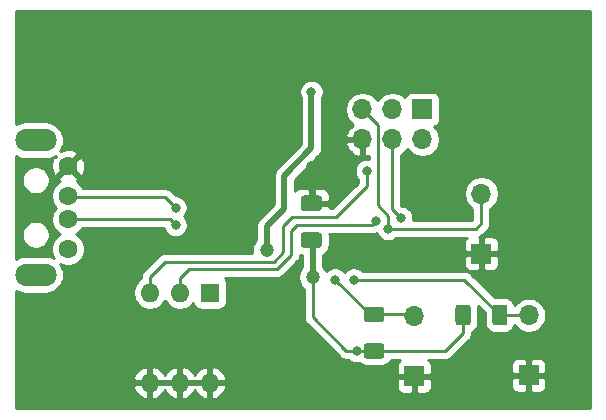
<source format=gbr>
G04 #@! TF.GenerationSoftware,KiCad,Pcbnew,5.1.9*
G04 #@! TF.CreationDate,2021-01-23T21:46:40+01:00*
G04 #@! TF.ProjectId,qc_attiny,71635f61-7474-4696-9e79-2e6b69636164,rev?*
G04 #@! TF.SameCoordinates,Original*
G04 #@! TF.FileFunction,Copper,L2,Bot*
G04 #@! TF.FilePolarity,Positive*
%FSLAX46Y46*%
G04 Gerber Fmt 4.6, Leading zero omitted, Abs format (unit mm)*
G04 Created by KiCad (PCBNEW 5.1.9) date 2021-01-23 21:46:40*
%MOMM*%
%LPD*%
G01*
G04 APERTURE LIST*
G04 #@! TA.AperFunction,ComponentPad*
%ADD10C,1.600000*%
G04 #@! TD*
G04 #@! TA.AperFunction,ComponentPad*
%ADD11O,3.500000X1.900000*%
G04 #@! TD*
G04 #@! TA.AperFunction,ComponentPad*
%ADD12O,1.700000X1.700000*%
G04 #@! TD*
G04 #@! TA.AperFunction,ComponentPad*
%ADD13R,1.700000X1.700000*%
G04 #@! TD*
G04 #@! TA.AperFunction,ComponentPad*
%ADD14O,1.600000X1.600000*%
G04 #@! TD*
G04 #@! TA.AperFunction,ComponentPad*
%ADD15R,1.600000X1.600000*%
G04 #@! TD*
G04 #@! TA.AperFunction,ViaPad*
%ADD16C,0.800000*%
G04 #@! TD*
G04 #@! TA.AperFunction,ViaPad*
%ADD17C,1.200000*%
G04 #@! TD*
G04 #@! TA.AperFunction,Conductor*
%ADD18C,0.250000*%
G04 #@! TD*
G04 #@! TA.AperFunction,Conductor*
%ADD19C,0.500000*%
G04 #@! TD*
G04 #@! TA.AperFunction,Conductor*
%ADD20C,0.254000*%
G04 #@! TD*
G04 #@! TA.AperFunction,Conductor*
%ADD21C,0.100000*%
G04 #@! TD*
G04 APERTURE END LIST*
D10*
X117100000Y-108300000D03*
X117100000Y-106300000D03*
X117100000Y-110800000D03*
X117100000Y-103800000D03*
D11*
X114350000Y-113000000D03*
X114350000Y-101600000D03*
D12*
X142020000Y-101540000D03*
X142020000Y-99000000D03*
X144560000Y-101540000D03*
X144560000Y-99000000D03*
X147100000Y-101540000D03*
D13*
X147100000Y-99000000D03*
D12*
X146400000Y-116520000D03*
D13*
X146400000Y-121600000D03*
D12*
X156100000Y-116420000D03*
D13*
X156100000Y-121500000D03*
D12*
X152100000Y-106120000D03*
D13*
X152100000Y-111200000D03*
D14*
X129100000Y-122120000D03*
X124020000Y-114500000D03*
X126560000Y-122120000D03*
X126560000Y-114500000D03*
X124020000Y-122120000D03*
D15*
X129100000Y-114500000D03*
G04 #@! TA.AperFunction,SMDPad,CuDef*
G36*
G01*
X143625001Y-117000000D02*
X142374999Y-117000000D01*
G75*
G02*
X142125000Y-116750001I0J249999D01*
G01*
X142125000Y-115949999D01*
G75*
G02*
X142374999Y-115700000I249999J0D01*
G01*
X143625001Y-115700000D01*
G75*
G02*
X143875000Y-115949999I0J-249999D01*
G01*
X143875000Y-116750001D01*
G75*
G02*
X143625001Y-117000000I-249999J0D01*
G01*
G37*
G04 #@! TD.AperFunction*
G04 #@! TA.AperFunction,SMDPad,CuDef*
G36*
G01*
X143625001Y-120100000D02*
X142374999Y-120100000D01*
G75*
G02*
X142125000Y-119850001I0J249999D01*
G01*
X142125000Y-119049999D01*
G75*
G02*
X142374999Y-118800000I249999J0D01*
G01*
X143625001Y-118800000D01*
G75*
G02*
X143875000Y-119049999I0J-249999D01*
G01*
X143875000Y-119850001D01*
G75*
G02*
X143625001Y-120100000I-249999J0D01*
G01*
G37*
G04 #@! TD.AperFunction*
G04 #@! TA.AperFunction,SMDPad,CuDef*
G36*
G01*
X153000000Y-117025001D02*
X153000000Y-115774999D01*
G75*
G02*
X153249999Y-115525000I249999J0D01*
G01*
X154050001Y-115525000D01*
G75*
G02*
X154300000Y-115774999I0J-249999D01*
G01*
X154300000Y-117025001D01*
G75*
G02*
X154050001Y-117275000I-249999J0D01*
G01*
X153249999Y-117275000D01*
G75*
G02*
X153000000Y-117025001I0J249999D01*
G01*
G37*
G04 #@! TD.AperFunction*
G04 #@! TA.AperFunction,SMDPad,CuDef*
G36*
G01*
X149900000Y-117025001D02*
X149900000Y-115774999D01*
G75*
G02*
X150149999Y-115525000I249999J0D01*
G01*
X150950001Y-115525000D01*
G75*
G02*
X151200000Y-115774999I0J-249999D01*
G01*
X151200000Y-117025001D01*
G75*
G02*
X150950001Y-117275000I-249999J0D01*
G01*
X150149999Y-117275000D01*
G75*
G02*
X149900000Y-117025001I0J249999D01*
G01*
G37*
G04 #@! TD.AperFunction*
G04 #@! TA.AperFunction,SMDPad,CuDef*
G36*
G01*
X137049998Y-109400000D02*
X138350002Y-109400000D01*
G75*
G02*
X138600000Y-109649998I0J-249998D01*
G01*
X138600000Y-110475002D01*
G75*
G02*
X138350002Y-110725000I-249998J0D01*
G01*
X137049998Y-110725000D01*
G75*
G02*
X136800000Y-110475002I0J249998D01*
G01*
X136800000Y-109649998D01*
G75*
G02*
X137049998Y-109400000I249998J0D01*
G01*
G37*
G04 #@! TD.AperFunction*
G04 #@! TA.AperFunction,SMDPad,CuDef*
G36*
G01*
X137049998Y-106275000D02*
X138350002Y-106275000D01*
G75*
G02*
X138600000Y-106524998I0J-249998D01*
G01*
X138600000Y-107350002D01*
G75*
G02*
X138350002Y-107600000I-249998J0D01*
G01*
X137049998Y-107600000D01*
G75*
G02*
X136800000Y-107350002I0J249998D01*
G01*
X136800000Y-106524998D01*
G75*
G02*
X137049998Y-106275000I249998J0D01*
G01*
G37*
G04 #@! TD.AperFunction*
D16*
X137700000Y-97500000D03*
D17*
X133900000Y-110900000D03*
X137800000Y-113200000D03*
D16*
X141550000Y-119450000D03*
X137700000Y-103800000D03*
X129500000Y-99700000D03*
X129000000Y-103300000D03*
D17*
X155300000Y-113800000D03*
X157300000Y-118800000D03*
X159600000Y-116200000D03*
X159600000Y-118700000D03*
X159600000Y-121700000D03*
X116600000Y-115600000D03*
X119500000Y-115600000D03*
X119600000Y-111100000D03*
X155300000Y-111200000D03*
D16*
X126200000Y-107300000D03*
X126200000Y-108800000D03*
X139700000Y-113400000D03*
X141300000Y-113400000D03*
X144200000Y-109100000D03*
X145300000Y-108200000D03*
X142400000Y-104200000D03*
X143200000Y-108400000D03*
D18*
X150600000Y-116400000D02*
X150550000Y-116400000D01*
X137800000Y-113100000D02*
X137800000Y-113100000D01*
X150550000Y-116400000D02*
X150550000Y-117950000D01*
X149050000Y-119450000D02*
X143000000Y-119450000D01*
X150550000Y-117950000D02*
X149050000Y-119450000D01*
D19*
X137700000Y-97500000D02*
X137700000Y-102300000D01*
X137700000Y-102300000D02*
X135400000Y-104600000D01*
X135400000Y-104600000D02*
X135400000Y-107400000D01*
X135400000Y-107400000D02*
X133900000Y-108900000D01*
X133900000Y-108900000D02*
X133900000Y-110900000D01*
X133900000Y-110900000D02*
X133900000Y-110900000D01*
X137800000Y-110062500D02*
X137800000Y-113200000D01*
D18*
X141750000Y-119450000D02*
X143000000Y-119450000D01*
X140650000Y-119450000D02*
X141550000Y-119450000D01*
X137800000Y-116600000D02*
X140650000Y-119450000D01*
X137800000Y-113200000D02*
X137800000Y-116600000D01*
X141550000Y-119450000D02*
X143000000Y-119450000D01*
D19*
X137800000Y-103900000D02*
X137700000Y-103800000D01*
X137800000Y-106937500D02*
X137800000Y-103900000D01*
D18*
X126200000Y-107300000D02*
X125300000Y-106400000D01*
X116900000Y-106400000D02*
X116800000Y-106500000D01*
X125300000Y-106400000D02*
X116900000Y-106400000D01*
X126200000Y-108800000D02*
X125700000Y-108300000D01*
X117000000Y-108300000D02*
X116800000Y-108500000D01*
X125700000Y-108300000D02*
X117000000Y-108300000D01*
X146230000Y-116350000D02*
X146400000Y-116520000D01*
X143000000Y-116350000D02*
X146230000Y-116350000D01*
X142650000Y-116350000D02*
X143000000Y-116350000D01*
X139700000Y-113400000D02*
X142650000Y-116350000D01*
X153670000Y-116420000D02*
X153650000Y-116400000D01*
X156100000Y-116420000D02*
X153670000Y-116420000D01*
X153650000Y-116400000D02*
X150650000Y-113400000D01*
X150650000Y-113400000D02*
X141300000Y-113400000D01*
X141300000Y-113400000D02*
X141300000Y-113400000D01*
X150700000Y-109100000D02*
X151600000Y-109100000D01*
X144200000Y-109100000D02*
X150700000Y-109100000D01*
X150700000Y-109100000D02*
X150920000Y-109100000D01*
X152100000Y-108600000D02*
X152100000Y-106120000D01*
X151600000Y-109100000D02*
X152100000Y-108600000D01*
X142020000Y-99000000D02*
X143300000Y-100280000D01*
X143300000Y-100280000D02*
X143300000Y-107100000D01*
X144200000Y-108000000D02*
X144200000Y-109100000D01*
X143300000Y-107100000D02*
X144200000Y-108000000D01*
X144560000Y-107460000D02*
X145300000Y-108200000D01*
X144560000Y-101540000D02*
X144560000Y-107460000D01*
X142400000Y-104200000D02*
X142400000Y-104200000D01*
X124020000Y-114500000D02*
X124020000Y-113180000D01*
X124020000Y-113180000D02*
X125300000Y-111900000D01*
X125300000Y-111900000D02*
X134500000Y-111900000D01*
X134500000Y-111900000D02*
X135300000Y-111100000D01*
X135300000Y-111100000D02*
X135300000Y-108900000D01*
X135300000Y-108900000D02*
X136100000Y-108100000D01*
X136100000Y-108100000D02*
X139800000Y-108100000D01*
X142400000Y-105500000D02*
X142400000Y-104200000D01*
X139800000Y-108100000D02*
X142400000Y-105500000D01*
X127300000Y-112500000D02*
X126560000Y-113240000D01*
X126560000Y-113240000D02*
X126560000Y-114500000D01*
X134800000Y-112500000D02*
X127300000Y-112500000D01*
X136000000Y-111300000D02*
X134800000Y-112500000D01*
X136000000Y-109300000D02*
X136000000Y-111300000D01*
X136500000Y-108800000D02*
X136000000Y-109300000D01*
X142800000Y-108800000D02*
X136500000Y-108800000D01*
X143200000Y-108400000D02*
X142800000Y-108800000D01*
D20*
X161315001Y-124315000D02*
X112685000Y-124315000D01*
X112685000Y-122469040D01*
X122628091Y-122469040D01*
X122722930Y-122733881D01*
X122867615Y-122975131D01*
X123056586Y-123183519D01*
X123282580Y-123351037D01*
X123536913Y-123471246D01*
X123670961Y-123511904D01*
X123893000Y-123389915D01*
X123893000Y-122247000D01*
X124147000Y-122247000D01*
X124147000Y-123389915D01*
X124369039Y-123511904D01*
X124503087Y-123471246D01*
X124757420Y-123351037D01*
X124983414Y-123183519D01*
X125172385Y-122975131D01*
X125290000Y-122779018D01*
X125407615Y-122975131D01*
X125596586Y-123183519D01*
X125822580Y-123351037D01*
X126076913Y-123471246D01*
X126210961Y-123511904D01*
X126433000Y-123389915D01*
X126433000Y-122247000D01*
X126687000Y-122247000D01*
X126687000Y-123389915D01*
X126909039Y-123511904D01*
X127043087Y-123471246D01*
X127297420Y-123351037D01*
X127523414Y-123183519D01*
X127712385Y-122975131D01*
X127830000Y-122779018D01*
X127947615Y-122975131D01*
X128136586Y-123183519D01*
X128362580Y-123351037D01*
X128616913Y-123471246D01*
X128750961Y-123511904D01*
X128973000Y-123389915D01*
X128973000Y-122247000D01*
X129227000Y-122247000D01*
X129227000Y-123389915D01*
X129449039Y-123511904D01*
X129583087Y-123471246D01*
X129837420Y-123351037D01*
X130063414Y-123183519D01*
X130252385Y-122975131D01*
X130397070Y-122733881D01*
X130491909Y-122469040D01*
X130481509Y-122450000D01*
X144911928Y-122450000D01*
X144924188Y-122574482D01*
X144960498Y-122694180D01*
X145019463Y-122804494D01*
X145098815Y-122901185D01*
X145195506Y-122980537D01*
X145305820Y-123039502D01*
X145425518Y-123075812D01*
X145550000Y-123088072D01*
X146114250Y-123085000D01*
X146273000Y-122926250D01*
X146273000Y-121727000D01*
X146527000Y-121727000D01*
X146527000Y-122926250D01*
X146685750Y-123085000D01*
X147250000Y-123088072D01*
X147374482Y-123075812D01*
X147494180Y-123039502D01*
X147604494Y-122980537D01*
X147701185Y-122901185D01*
X147780537Y-122804494D01*
X147839502Y-122694180D01*
X147875812Y-122574482D01*
X147888072Y-122450000D01*
X147887528Y-122350000D01*
X154611928Y-122350000D01*
X154624188Y-122474482D01*
X154660498Y-122594180D01*
X154719463Y-122704494D01*
X154798815Y-122801185D01*
X154895506Y-122880537D01*
X155005820Y-122939502D01*
X155125518Y-122975812D01*
X155250000Y-122988072D01*
X155814250Y-122985000D01*
X155973000Y-122826250D01*
X155973000Y-121627000D01*
X156227000Y-121627000D01*
X156227000Y-122826250D01*
X156385750Y-122985000D01*
X156950000Y-122988072D01*
X157074482Y-122975812D01*
X157194180Y-122939502D01*
X157304494Y-122880537D01*
X157401185Y-122801185D01*
X157480537Y-122704494D01*
X157539502Y-122594180D01*
X157575812Y-122474482D01*
X157588072Y-122350000D01*
X157585000Y-121785750D01*
X157426250Y-121627000D01*
X156227000Y-121627000D01*
X155973000Y-121627000D01*
X154773750Y-121627000D01*
X154615000Y-121785750D01*
X154611928Y-122350000D01*
X147887528Y-122350000D01*
X147885000Y-121885750D01*
X147726250Y-121727000D01*
X146527000Y-121727000D01*
X146273000Y-121727000D01*
X145073750Y-121727000D01*
X144915000Y-121885750D01*
X144911928Y-122450000D01*
X130481509Y-122450000D01*
X130370624Y-122247000D01*
X129227000Y-122247000D01*
X128973000Y-122247000D01*
X126687000Y-122247000D01*
X126433000Y-122247000D01*
X124147000Y-122247000D01*
X123893000Y-122247000D01*
X122749376Y-122247000D01*
X122628091Y-122469040D01*
X112685000Y-122469040D01*
X112685000Y-121770960D01*
X122628091Y-121770960D01*
X122749376Y-121993000D01*
X123893000Y-121993000D01*
X123893000Y-120850085D01*
X124147000Y-120850085D01*
X124147000Y-121993000D01*
X126433000Y-121993000D01*
X126433000Y-120850085D01*
X126687000Y-120850085D01*
X126687000Y-121993000D01*
X128973000Y-121993000D01*
X128973000Y-120850085D01*
X129227000Y-120850085D01*
X129227000Y-121993000D01*
X130370624Y-121993000D01*
X130491909Y-121770960D01*
X130397070Y-121506119D01*
X130252385Y-121264869D01*
X130063414Y-121056481D01*
X129837420Y-120888963D01*
X129583087Y-120768754D01*
X129449039Y-120728096D01*
X129227000Y-120850085D01*
X128973000Y-120850085D01*
X128750961Y-120728096D01*
X128616913Y-120768754D01*
X128362580Y-120888963D01*
X128136586Y-121056481D01*
X127947615Y-121264869D01*
X127830000Y-121460982D01*
X127712385Y-121264869D01*
X127523414Y-121056481D01*
X127297420Y-120888963D01*
X127043087Y-120768754D01*
X126909039Y-120728096D01*
X126687000Y-120850085D01*
X126433000Y-120850085D01*
X126210961Y-120728096D01*
X126076913Y-120768754D01*
X125822580Y-120888963D01*
X125596586Y-121056481D01*
X125407615Y-121264869D01*
X125290000Y-121460982D01*
X125172385Y-121264869D01*
X124983414Y-121056481D01*
X124757420Y-120888963D01*
X124503087Y-120768754D01*
X124369039Y-120728096D01*
X124147000Y-120850085D01*
X123893000Y-120850085D01*
X123670961Y-120728096D01*
X123536913Y-120768754D01*
X123282580Y-120888963D01*
X123056586Y-121056481D01*
X122867615Y-121264869D01*
X122722930Y-121506119D01*
X122628091Y-121770960D01*
X112685000Y-121770960D01*
X112685000Y-114334860D01*
X112940512Y-114471434D01*
X113239286Y-114562066D01*
X113472136Y-114585000D01*
X115227864Y-114585000D01*
X115460714Y-114562066D01*
X115759488Y-114471434D01*
X115970464Y-114358665D01*
X122585000Y-114358665D01*
X122585000Y-114641335D01*
X122640147Y-114918574D01*
X122748320Y-115179727D01*
X122905363Y-115414759D01*
X123105241Y-115614637D01*
X123340273Y-115771680D01*
X123601426Y-115879853D01*
X123878665Y-115935000D01*
X124161335Y-115935000D01*
X124438574Y-115879853D01*
X124699727Y-115771680D01*
X124934759Y-115614637D01*
X125134637Y-115414759D01*
X125290000Y-115182241D01*
X125445363Y-115414759D01*
X125645241Y-115614637D01*
X125880273Y-115771680D01*
X126141426Y-115879853D01*
X126418665Y-115935000D01*
X126701335Y-115935000D01*
X126978574Y-115879853D01*
X127239727Y-115771680D01*
X127474759Y-115614637D01*
X127673357Y-115416039D01*
X127674188Y-115424482D01*
X127710498Y-115544180D01*
X127769463Y-115654494D01*
X127848815Y-115751185D01*
X127945506Y-115830537D01*
X128055820Y-115889502D01*
X128175518Y-115925812D01*
X128300000Y-115938072D01*
X129900000Y-115938072D01*
X130024482Y-115925812D01*
X130144180Y-115889502D01*
X130254494Y-115830537D01*
X130351185Y-115751185D01*
X130430537Y-115654494D01*
X130489502Y-115544180D01*
X130525812Y-115424482D01*
X130538072Y-115300000D01*
X130538072Y-113700000D01*
X130525812Y-113575518D01*
X130489502Y-113455820D01*
X130430537Y-113345506D01*
X130360364Y-113260000D01*
X134762678Y-113260000D01*
X134800000Y-113263676D01*
X134837322Y-113260000D01*
X134837333Y-113260000D01*
X134948986Y-113249003D01*
X135092247Y-113205546D01*
X135224276Y-113134974D01*
X135340001Y-113040001D01*
X135363804Y-113010997D01*
X136511003Y-111863799D01*
X136540001Y-111840001D01*
X136634974Y-111724276D01*
X136705546Y-111592247D01*
X136749003Y-111448986D01*
X136760000Y-111337333D01*
X136760000Y-111337324D01*
X136762556Y-111311370D01*
X136876744Y-111346008D01*
X136915000Y-111349776D01*
X136915001Y-112338445D01*
X136840713Y-112412733D01*
X136705557Y-112615008D01*
X136612460Y-112839764D01*
X136565000Y-113078363D01*
X136565000Y-113321637D01*
X136612460Y-113560236D01*
X136705557Y-113784992D01*
X136840713Y-113987267D01*
X137012733Y-114159287D01*
X137040000Y-114177506D01*
X137040001Y-116562668D01*
X137036324Y-116600000D01*
X137040001Y-116637333D01*
X137047380Y-116712247D01*
X137050998Y-116748985D01*
X137094454Y-116892246D01*
X137165026Y-117024276D01*
X137235379Y-117110000D01*
X137260000Y-117140001D01*
X137288998Y-117163799D01*
X140086201Y-119961003D01*
X140109999Y-119990001D01*
X140225724Y-120084974D01*
X140357753Y-120155546D01*
X140501014Y-120199003D01*
X140612667Y-120210000D01*
X140612675Y-120210000D01*
X140650000Y-120213676D01*
X140687325Y-120210000D01*
X140846289Y-120210000D01*
X140890226Y-120253937D01*
X141059744Y-120367205D01*
X141248102Y-120445226D01*
X141448061Y-120485000D01*
X141651939Y-120485000D01*
X141738658Y-120467751D01*
X141747038Y-120477962D01*
X141881613Y-120588405D01*
X142035149Y-120670472D01*
X142201745Y-120721008D01*
X142374999Y-120738072D01*
X143625001Y-120738072D01*
X143798255Y-120721008D01*
X143964851Y-120670472D01*
X144118387Y-120588405D01*
X144252962Y-120477962D01*
X144363405Y-120343387D01*
X144434702Y-120210000D01*
X145213210Y-120210000D01*
X145195506Y-120219463D01*
X145098815Y-120298815D01*
X145019463Y-120395506D01*
X144960498Y-120505820D01*
X144924188Y-120625518D01*
X144911928Y-120750000D01*
X144915000Y-121314250D01*
X145073750Y-121473000D01*
X146273000Y-121473000D01*
X146273000Y-121453000D01*
X146527000Y-121453000D01*
X146527000Y-121473000D01*
X147726250Y-121473000D01*
X147885000Y-121314250D01*
X147888072Y-120750000D01*
X147878224Y-120650000D01*
X154611928Y-120650000D01*
X154615000Y-121214250D01*
X154773750Y-121373000D01*
X155973000Y-121373000D01*
X155973000Y-120173750D01*
X156227000Y-120173750D01*
X156227000Y-121373000D01*
X157426250Y-121373000D01*
X157585000Y-121214250D01*
X157588072Y-120650000D01*
X157575812Y-120525518D01*
X157539502Y-120405820D01*
X157480537Y-120295506D01*
X157401185Y-120198815D01*
X157304494Y-120119463D01*
X157194180Y-120060498D01*
X157074482Y-120024188D01*
X156950000Y-120011928D01*
X156385750Y-120015000D01*
X156227000Y-120173750D01*
X155973000Y-120173750D01*
X155814250Y-120015000D01*
X155250000Y-120011928D01*
X155125518Y-120024188D01*
X155005820Y-120060498D01*
X154895506Y-120119463D01*
X154798815Y-120198815D01*
X154719463Y-120295506D01*
X154660498Y-120405820D01*
X154624188Y-120525518D01*
X154611928Y-120650000D01*
X147878224Y-120650000D01*
X147875812Y-120625518D01*
X147839502Y-120505820D01*
X147780537Y-120395506D01*
X147701185Y-120298815D01*
X147604494Y-120219463D01*
X147586790Y-120210000D01*
X149012678Y-120210000D01*
X149050000Y-120213676D01*
X149087322Y-120210000D01*
X149087333Y-120210000D01*
X149198986Y-120199003D01*
X149342247Y-120155546D01*
X149474276Y-120084974D01*
X149590001Y-119990001D01*
X149613804Y-119960997D01*
X151061003Y-118513799D01*
X151090001Y-118490001D01*
X151184974Y-118374276D01*
X151255546Y-118242247D01*
X151299003Y-118098986D01*
X151310000Y-117987333D01*
X151310000Y-117987324D01*
X151313676Y-117950001D01*
X151310000Y-117912678D01*
X151310000Y-117834702D01*
X151443387Y-117763405D01*
X151577962Y-117652962D01*
X151688405Y-117518387D01*
X151770472Y-117364851D01*
X151821008Y-117198255D01*
X151838072Y-117025001D01*
X151838072Y-115774999D01*
X151825822Y-115650624D01*
X152361928Y-116186730D01*
X152361928Y-117025001D01*
X152378992Y-117198255D01*
X152429528Y-117364851D01*
X152511595Y-117518387D01*
X152622038Y-117652962D01*
X152756613Y-117763405D01*
X152910149Y-117845472D01*
X153076745Y-117896008D01*
X153249999Y-117913072D01*
X154050001Y-117913072D01*
X154223255Y-117896008D01*
X154389851Y-117845472D01*
X154543387Y-117763405D01*
X154677962Y-117652962D01*
X154788405Y-117518387D01*
X154870472Y-117364851D01*
X154893847Y-117287794D01*
X154946525Y-117366632D01*
X155153368Y-117573475D01*
X155396589Y-117735990D01*
X155666842Y-117847932D01*
X155953740Y-117905000D01*
X156246260Y-117905000D01*
X156533158Y-117847932D01*
X156803411Y-117735990D01*
X157046632Y-117573475D01*
X157253475Y-117366632D01*
X157415990Y-117123411D01*
X157527932Y-116853158D01*
X157585000Y-116566260D01*
X157585000Y-116273740D01*
X157527932Y-115986842D01*
X157415990Y-115716589D01*
X157253475Y-115473368D01*
X157046632Y-115266525D01*
X156803411Y-115104010D01*
X156533158Y-114992068D01*
X156246260Y-114935000D01*
X155953740Y-114935000D01*
X155666842Y-114992068D01*
X155396589Y-115104010D01*
X155153368Y-115266525D01*
X154946525Y-115473368D01*
X154902192Y-115539717D01*
X154870472Y-115435149D01*
X154788405Y-115281613D01*
X154677962Y-115147038D01*
X154543387Y-115036595D01*
X154389851Y-114954528D01*
X154223255Y-114903992D01*
X154050001Y-114886928D01*
X153249999Y-114886928D01*
X153215161Y-114890359D01*
X151213804Y-112889003D01*
X151190001Y-112859999D01*
X151074276Y-112765026D01*
X150942247Y-112694454D01*
X150798986Y-112650997D01*
X150687333Y-112640000D01*
X150687322Y-112640000D01*
X150650000Y-112636324D01*
X150612678Y-112640000D01*
X142003711Y-112640000D01*
X141959774Y-112596063D01*
X141790256Y-112482795D01*
X141601898Y-112404774D01*
X141401939Y-112365000D01*
X141198061Y-112365000D01*
X140998102Y-112404774D01*
X140809744Y-112482795D01*
X140640226Y-112596063D01*
X140500000Y-112736289D01*
X140359774Y-112596063D01*
X140190256Y-112482795D01*
X140001898Y-112404774D01*
X139801939Y-112365000D01*
X139598061Y-112365000D01*
X139398102Y-112404774D01*
X139209744Y-112482795D01*
X139040226Y-112596063D01*
X138931593Y-112704696D01*
X138894443Y-112615008D01*
X138759287Y-112412733D01*
X138685000Y-112338446D01*
X138685000Y-112050000D01*
X150611928Y-112050000D01*
X150624188Y-112174482D01*
X150660498Y-112294180D01*
X150719463Y-112404494D01*
X150798815Y-112501185D01*
X150895506Y-112580537D01*
X151005820Y-112639502D01*
X151125518Y-112675812D01*
X151250000Y-112688072D01*
X151814250Y-112685000D01*
X151973000Y-112526250D01*
X151973000Y-111327000D01*
X152227000Y-111327000D01*
X152227000Y-112526250D01*
X152385750Y-112685000D01*
X152950000Y-112688072D01*
X153074482Y-112675812D01*
X153194180Y-112639502D01*
X153304494Y-112580537D01*
X153401185Y-112501185D01*
X153480537Y-112404494D01*
X153539502Y-112294180D01*
X153575812Y-112174482D01*
X153588072Y-112050000D01*
X153585000Y-111485750D01*
X153426250Y-111327000D01*
X152227000Y-111327000D01*
X151973000Y-111327000D01*
X150773750Y-111327000D01*
X150615000Y-111485750D01*
X150611928Y-112050000D01*
X138685000Y-112050000D01*
X138685000Y-111296944D01*
X138689852Y-111295472D01*
X138843387Y-111213405D01*
X138977962Y-111102962D01*
X139088405Y-110968387D01*
X139170472Y-110814852D01*
X139221008Y-110648256D01*
X139238072Y-110475002D01*
X139238072Y-109649998D01*
X139229208Y-109560000D01*
X142762678Y-109560000D01*
X142800000Y-109563676D01*
X142837322Y-109560000D01*
X142837333Y-109560000D01*
X142948986Y-109549003D01*
X143092247Y-109505546D01*
X143219526Y-109437513D01*
X143282795Y-109590256D01*
X143396063Y-109759774D01*
X143540226Y-109903937D01*
X143709744Y-110017205D01*
X143898102Y-110095226D01*
X144098061Y-110135000D01*
X144301939Y-110135000D01*
X144501898Y-110095226D01*
X144690256Y-110017205D01*
X144859774Y-109903937D01*
X144903711Y-109860000D01*
X150846111Y-109860000D01*
X150798815Y-109898815D01*
X150719463Y-109995506D01*
X150660498Y-110105820D01*
X150624188Y-110225518D01*
X150611928Y-110350000D01*
X150615000Y-110914250D01*
X150773750Y-111073000D01*
X151973000Y-111073000D01*
X151973000Y-109873750D01*
X152227000Y-109873750D01*
X152227000Y-111073000D01*
X153426250Y-111073000D01*
X153585000Y-110914250D01*
X153588072Y-110350000D01*
X153575812Y-110225518D01*
X153539502Y-110105820D01*
X153480537Y-109995506D01*
X153401185Y-109898815D01*
X153304494Y-109819463D01*
X153194180Y-109760498D01*
X153074482Y-109724188D01*
X152950000Y-109711928D01*
X152385750Y-109715000D01*
X152227000Y-109873750D01*
X151973000Y-109873750D01*
X151900425Y-109801175D01*
X152024276Y-109734974D01*
X152140001Y-109640001D01*
X152163804Y-109610997D01*
X152610998Y-109163803D01*
X152640001Y-109140001D01*
X152734974Y-109024276D01*
X152805546Y-108892247D01*
X152849003Y-108748986D01*
X152860000Y-108637333D01*
X152860000Y-108637325D01*
X152863676Y-108600000D01*
X152860000Y-108562675D01*
X152860000Y-107398178D01*
X153046632Y-107273475D01*
X153253475Y-107066632D01*
X153415990Y-106823411D01*
X153527932Y-106553158D01*
X153585000Y-106266260D01*
X153585000Y-105973740D01*
X153527932Y-105686842D01*
X153415990Y-105416589D01*
X153253475Y-105173368D01*
X153046632Y-104966525D01*
X152803411Y-104804010D01*
X152533158Y-104692068D01*
X152246260Y-104635000D01*
X151953740Y-104635000D01*
X151666842Y-104692068D01*
X151396589Y-104804010D01*
X151153368Y-104966525D01*
X150946525Y-105173368D01*
X150784010Y-105416589D01*
X150672068Y-105686842D01*
X150615000Y-105973740D01*
X150615000Y-106266260D01*
X150672068Y-106553158D01*
X150784010Y-106823411D01*
X150946525Y-107066632D01*
X151153368Y-107273475D01*
X151340000Y-107398179D01*
X151340000Y-108285199D01*
X151285199Y-108340000D01*
X146327429Y-108340000D01*
X146335000Y-108301939D01*
X146335000Y-108098061D01*
X146295226Y-107898102D01*
X146217205Y-107709744D01*
X146103937Y-107540226D01*
X145959774Y-107396063D01*
X145790256Y-107282795D01*
X145601898Y-107204774D01*
X145401939Y-107165000D01*
X145339801Y-107165000D01*
X145320000Y-107145199D01*
X145320000Y-102818178D01*
X145506632Y-102693475D01*
X145713475Y-102486632D01*
X145830000Y-102312240D01*
X145946525Y-102486632D01*
X146153368Y-102693475D01*
X146396589Y-102855990D01*
X146666842Y-102967932D01*
X146953740Y-103025000D01*
X147246260Y-103025000D01*
X147533158Y-102967932D01*
X147803411Y-102855990D01*
X148046632Y-102693475D01*
X148253475Y-102486632D01*
X148415990Y-102243411D01*
X148527932Y-101973158D01*
X148585000Y-101686260D01*
X148585000Y-101393740D01*
X148527932Y-101106842D01*
X148415990Y-100836589D01*
X148253475Y-100593368D01*
X148121620Y-100461513D01*
X148194180Y-100439502D01*
X148304494Y-100380537D01*
X148401185Y-100301185D01*
X148480537Y-100204494D01*
X148539502Y-100094180D01*
X148575812Y-99974482D01*
X148588072Y-99850000D01*
X148588072Y-98150000D01*
X148575812Y-98025518D01*
X148539502Y-97905820D01*
X148480537Y-97795506D01*
X148401185Y-97698815D01*
X148304494Y-97619463D01*
X148194180Y-97560498D01*
X148074482Y-97524188D01*
X147950000Y-97511928D01*
X146250000Y-97511928D01*
X146125518Y-97524188D01*
X146005820Y-97560498D01*
X145895506Y-97619463D01*
X145798815Y-97698815D01*
X145719463Y-97795506D01*
X145660498Y-97905820D01*
X145638487Y-97978380D01*
X145506632Y-97846525D01*
X145263411Y-97684010D01*
X144993158Y-97572068D01*
X144706260Y-97515000D01*
X144413740Y-97515000D01*
X144126842Y-97572068D01*
X143856589Y-97684010D01*
X143613368Y-97846525D01*
X143406525Y-98053368D01*
X143290000Y-98227760D01*
X143173475Y-98053368D01*
X142966632Y-97846525D01*
X142723411Y-97684010D01*
X142453158Y-97572068D01*
X142166260Y-97515000D01*
X141873740Y-97515000D01*
X141586842Y-97572068D01*
X141316589Y-97684010D01*
X141073368Y-97846525D01*
X140866525Y-98053368D01*
X140704010Y-98296589D01*
X140592068Y-98566842D01*
X140535000Y-98853740D01*
X140535000Y-99146260D01*
X140592068Y-99433158D01*
X140704010Y-99703411D01*
X140866525Y-99946632D01*
X141073368Y-100153475D01*
X141249406Y-100271100D01*
X141019731Y-100442412D01*
X140824822Y-100658645D01*
X140675843Y-100908748D01*
X140578519Y-101183109D01*
X140699186Y-101413000D01*
X141893000Y-101413000D01*
X141893000Y-101393000D01*
X142147000Y-101393000D01*
X142147000Y-101413000D01*
X142167000Y-101413000D01*
X142167000Y-101667000D01*
X142147000Y-101667000D01*
X142147000Y-102860155D01*
X142376890Y-102981476D01*
X142524099Y-102936825D01*
X142540000Y-102929251D01*
X142540000Y-103172571D01*
X142501939Y-103165000D01*
X142298061Y-103165000D01*
X142098102Y-103204774D01*
X141909744Y-103282795D01*
X141740226Y-103396063D01*
X141596063Y-103540226D01*
X141482795Y-103709744D01*
X141404774Y-103898102D01*
X141365000Y-104098061D01*
X141365000Y-104301939D01*
X141404774Y-104501898D01*
X141482795Y-104690256D01*
X141596063Y-104859774D01*
X141640000Y-104903711D01*
X141640000Y-105185198D01*
X139485199Y-107340000D01*
X139235952Y-107340000D01*
X139235000Y-107223250D01*
X139076250Y-107064500D01*
X137827000Y-107064500D01*
X137827000Y-107084500D01*
X137573000Y-107084500D01*
X137573000Y-107064500D01*
X137553000Y-107064500D01*
X137553000Y-106810500D01*
X137573000Y-106810500D01*
X137573000Y-105798750D01*
X137827000Y-105798750D01*
X137827000Y-106810500D01*
X139076250Y-106810500D01*
X139235000Y-106651750D01*
X139238072Y-106275000D01*
X139225812Y-106150518D01*
X139189502Y-106030820D01*
X139130537Y-105920506D01*
X139051185Y-105823815D01*
X138954494Y-105744463D01*
X138844180Y-105685498D01*
X138724482Y-105649188D01*
X138600000Y-105636928D01*
X137985750Y-105640000D01*
X137827000Y-105798750D01*
X137573000Y-105798750D01*
X137414250Y-105640000D01*
X136800000Y-105636928D01*
X136675518Y-105649188D01*
X136555820Y-105685498D01*
X136445506Y-105744463D01*
X136348815Y-105823815D01*
X136285000Y-105901574D01*
X136285000Y-104966578D01*
X138295049Y-102956530D01*
X138328817Y-102928817D01*
X138439411Y-102794059D01*
X138521589Y-102640313D01*
X138572195Y-102473490D01*
X138585000Y-102343477D01*
X138585000Y-102343467D01*
X138589281Y-102300001D01*
X138585000Y-102256535D01*
X138585000Y-101896891D01*
X140578519Y-101896891D01*
X140675843Y-102171252D01*
X140824822Y-102421355D01*
X141019731Y-102637588D01*
X141253080Y-102811641D01*
X141515901Y-102936825D01*
X141663110Y-102981476D01*
X141893000Y-102860155D01*
X141893000Y-101667000D01*
X140699186Y-101667000D01*
X140578519Y-101896891D01*
X138585000Y-101896891D01*
X138585000Y-98038454D01*
X138617205Y-97990256D01*
X138695226Y-97801898D01*
X138735000Y-97601939D01*
X138735000Y-97398061D01*
X138695226Y-97198102D01*
X138617205Y-97009744D01*
X138503937Y-96840226D01*
X138359774Y-96696063D01*
X138190256Y-96582795D01*
X138001898Y-96504774D01*
X137801939Y-96465000D01*
X137598061Y-96465000D01*
X137398102Y-96504774D01*
X137209744Y-96582795D01*
X137040226Y-96696063D01*
X136896063Y-96840226D01*
X136782795Y-97009744D01*
X136704774Y-97198102D01*
X136665000Y-97398061D01*
X136665000Y-97601939D01*
X136704774Y-97801898D01*
X136782795Y-97990256D01*
X136815000Y-98038454D01*
X136815001Y-101933420D01*
X134804956Y-103943466D01*
X134771183Y-103971183D01*
X134660589Y-104105942D01*
X134578411Y-104259688D01*
X134527805Y-104426511D01*
X134515000Y-104556524D01*
X134515000Y-104556531D01*
X134510719Y-104600000D01*
X134515000Y-104643469D01*
X134515001Y-107033420D01*
X133304956Y-108243466D01*
X133271183Y-108271183D01*
X133160589Y-108405942D01*
X133078411Y-108559688D01*
X133054048Y-108640001D01*
X133030213Y-108718574D01*
X133027805Y-108726511D01*
X133015000Y-108856524D01*
X133015000Y-108856531D01*
X133010719Y-108900000D01*
X133015000Y-108943469D01*
X133015001Y-110038445D01*
X132940713Y-110112733D01*
X132805557Y-110315008D01*
X132712460Y-110539764D01*
X132665000Y-110778363D01*
X132665000Y-111021637D01*
X132688544Y-111140000D01*
X125337322Y-111140000D01*
X125299999Y-111136324D01*
X125262676Y-111140000D01*
X125262667Y-111140000D01*
X125151014Y-111150997D01*
X125007753Y-111194454D01*
X124875724Y-111265026D01*
X124759999Y-111359999D01*
X124736201Y-111388997D01*
X123508998Y-112616201D01*
X123480000Y-112639999D01*
X123456202Y-112668997D01*
X123456201Y-112668998D01*
X123385026Y-112755724D01*
X123314454Y-112887754D01*
X123296254Y-112947754D01*
X123270998Y-113031014D01*
X123265088Y-113091015D01*
X123256324Y-113180000D01*
X123260001Y-113217332D01*
X123260001Y-113281956D01*
X123105241Y-113385363D01*
X122905363Y-113585241D01*
X122748320Y-113820273D01*
X122640147Y-114081426D01*
X122585000Y-114358665D01*
X115970464Y-114358665D01*
X116034839Y-114324256D01*
X116276187Y-114126187D01*
X116474256Y-113884839D01*
X116621434Y-113609488D01*
X116712066Y-113310714D01*
X116742669Y-113000000D01*
X116712066Y-112689286D01*
X116621434Y-112390512D01*
X116474256Y-112115161D01*
X116447996Y-112083163D01*
X116681426Y-112179853D01*
X116958665Y-112235000D01*
X117241335Y-112235000D01*
X117518574Y-112179853D01*
X117779727Y-112071680D01*
X118014759Y-111914637D01*
X118214637Y-111714759D01*
X118371680Y-111479727D01*
X118479853Y-111218574D01*
X118535000Y-110941335D01*
X118535000Y-110658665D01*
X118479853Y-110381426D01*
X118371680Y-110120273D01*
X118214637Y-109885241D01*
X118014759Y-109685363D01*
X117812173Y-109550000D01*
X118014759Y-109414637D01*
X118214637Y-109214759D01*
X118318043Y-109060000D01*
X125196440Y-109060000D01*
X125204774Y-109101898D01*
X125282795Y-109290256D01*
X125396063Y-109459774D01*
X125540226Y-109603937D01*
X125709744Y-109717205D01*
X125898102Y-109795226D01*
X126098061Y-109835000D01*
X126301939Y-109835000D01*
X126501898Y-109795226D01*
X126690256Y-109717205D01*
X126859774Y-109603937D01*
X127003937Y-109459774D01*
X127117205Y-109290256D01*
X127195226Y-109101898D01*
X127235000Y-108901939D01*
X127235000Y-108698061D01*
X127195226Y-108498102D01*
X127117205Y-108309744D01*
X127003937Y-108140226D01*
X126913711Y-108050000D01*
X127003937Y-107959774D01*
X127117205Y-107790256D01*
X127195226Y-107601898D01*
X127235000Y-107401939D01*
X127235000Y-107198061D01*
X127195226Y-106998102D01*
X127117205Y-106809744D01*
X127003937Y-106640226D01*
X126859774Y-106496063D01*
X126690256Y-106382795D01*
X126501898Y-106304774D01*
X126301939Y-106265000D01*
X126239801Y-106265000D01*
X125863803Y-105889002D01*
X125840001Y-105859999D01*
X125724276Y-105765026D01*
X125592247Y-105694454D01*
X125448986Y-105650997D01*
X125337333Y-105640000D01*
X125337322Y-105640000D01*
X125300000Y-105636324D01*
X125262678Y-105640000D01*
X118379851Y-105640000D01*
X118371680Y-105620273D01*
X118214637Y-105385241D01*
X118014759Y-105185363D01*
X117814131Y-105051308D01*
X117841514Y-105036671D01*
X117913097Y-104792702D01*
X117100000Y-103979605D01*
X116286903Y-104792702D01*
X116358486Y-105036671D01*
X116387341Y-105050324D01*
X116185241Y-105185363D01*
X115985363Y-105385241D01*
X115828320Y-105620273D01*
X115720147Y-105881426D01*
X115665000Y-106158665D01*
X115665000Y-106441335D01*
X115720147Y-106718574D01*
X115828320Y-106979727D01*
X115985363Y-107214759D01*
X116070604Y-107300000D01*
X115985363Y-107385241D01*
X115828320Y-107620273D01*
X115720147Y-107881426D01*
X115665000Y-108158665D01*
X115665000Y-108441335D01*
X115720147Y-108718574D01*
X115828320Y-108979727D01*
X115985363Y-109214759D01*
X116185241Y-109414637D01*
X116387827Y-109550000D01*
X116185241Y-109685363D01*
X115985363Y-109885241D01*
X115828320Y-110120273D01*
X115720147Y-110381426D01*
X115665000Y-110658665D01*
X115665000Y-110941335D01*
X115720147Y-111218574D01*
X115828320Y-111479727D01*
X115917324Y-111612931D01*
X115759488Y-111528566D01*
X115460714Y-111437934D01*
X115227864Y-111415000D01*
X113472136Y-111415000D01*
X113239286Y-111437934D01*
X112940512Y-111528566D01*
X112685000Y-111665140D01*
X112685000Y-109483288D01*
X113165000Y-109483288D01*
X113165000Y-109716712D01*
X113210539Y-109945652D01*
X113299866Y-110161308D01*
X113429550Y-110355394D01*
X113594606Y-110520450D01*
X113788692Y-110650134D01*
X114004348Y-110739461D01*
X114233288Y-110785000D01*
X114466712Y-110785000D01*
X114695652Y-110739461D01*
X114911308Y-110650134D01*
X115105394Y-110520450D01*
X115270450Y-110355394D01*
X115400134Y-110161308D01*
X115489461Y-109945652D01*
X115535000Y-109716712D01*
X115535000Y-109483288D01*
X115489461Y-109254348D01*
X115400134Y-109038692D01*
X115270450Y-108844606D01*
X115105394Y-108679550D01*
X114911308Y-108549866D01*
X114695652Y-108460539D01*
X114466712Y-108415000D01*
X114233288Y-108415000D01*
X114004348Y-108460539D01*
X113788692Y-108549866D01*
X113594606Y-108679550D01*
X113429550Y-108844606D01*
X113299866Y-109038692D01*
X113210539Y-109254348D01*
X113165000Y-109483288D01*
X112685000Y-109483288D01*
X112685000Y-104883288D01*
X113165000Y-104883288D01*
X113165000Y-105116712D01*
X113210539Y-105345652D01*
X113299866Y-105561308D01*
X113429550Y-105755394D01*
X113594606Y-105920450D01*
X113788692Y-106050134D01*
X114004348Y-106139461D01*
X114233288Y-106185000D01*
X114466712Y-106185000D01*
X114695652Y-106139461D01*
X114911308Y-106050134D01*
X115105394Y-105920450D01*
X115270450Y-105755394D01*
X115400134Y-105561308D01*
X115489461Y-105345652D01*
X115535000Y-105116712D01*
X115535000Y-104883288D01*
X115489461Y-104654348D01*
X115400134Y-104438692D01*
X115270450Y-104244606D01*
X115105394Y-104079550D01*
X114911308Y-103949866D01*
X114695652Y-103860539D01*
X114466712Y-103815000D01*
X114233288Y-103815000D01*
X114004348Y-103860539D01*
X113788692Y-103949866D01*
X113594606Y-104079550D01*
X113429550Y-104244606D01*
X113299866Y-104438692D01*
X113210539Y-104654348D01*
X113165000Y-104883288D01*
X112685000Y-104883288D01*
X112685000Y-102934860D01*
X112940512Y-103071434D01*
X113239286Y-103162066D01*
X113472136Y-103185000D01*
X115227864Y-103185000D01*
X115460714Y-103162066D01*
X115759488Y-103071434D01*
X116034839Y-102924256D01*
X116040227Y-102919834D01*
X116107296Y-102986903D01*
X115863329Y-103058486D01*
X115742429Y-103313996D01*
X115673700Y-103588184D01*
X115659783Y-103870512D01*
X115701213Y-104150130D01*
X115796397Y-104416292D01*
X115863329Y-104541514D01*
X116107298Y-104613097D01*
X116920395Y-103800000D01*
X117279605Y-103800000D01*
X118092702Y-104613097D01*
X118336671Y-104541514D01*
X118457571Y-104286004D01*
X118526300Y-104011816D01*
X118540217Y-103729488D01*
X118498787Y-103449870D01*
X118403603Y-103183708D01*
X118336671Y-103058486D01*
X118092702Y-102986903D01*
X117279605Y-103800000D01*
X116920395Y-103800000D01*
X116906253Y-103785858D01*
X117085858Y-103606253D01*
X117100000Y-103620395D01*
X117913097Y-102807298D01*
X117841514Y-102563329D01*
X117586004Y-102442429D01*
X117311816Y-102373700D01*
X117029488Y-102359783D01*
X116749870Y-102401213D01*
X116483708Y-102496397D01*
X116449972Y-102514429D01*
X116474256Y-102484839D01*
X116621434Y-102209488D01*
X116712066Y-101910714D01*
X116742669Y-101600000D01*
X116712066Y-101289286D01*
X116621434Y-100990512D01*
X116474256Y-100715161D01*
X116276187Y-100473813D01*
X116034839Y-100275744D01*
X115759488Y-100128566D01*
X115460714Y-100037934D01*
X115227864Y-100015000D01*
X113472136Y-100015000D01*
X113239286Y-100037934D01*
X112940512Y-100128566D01*
X112685000Y-100265140D01*
X112685000Y-90685000D01*
X161315000Y-90685000D01*
X161315001Y-124315000D01*
G04 #@! TA.AperFunction,Conductor*
D21*
G36*
X161315001Y-124315000D02*
G01*
X112685000Y-124315000D01*
X112685000Y-122469040D01*
X122628091Y-122469040D01*
X122722930Y-122733881D01*
X122867615Y-122975131D01*
X123056586Y-123183519D01*
X123282580Y-123351037D01*
X123536913Y-123471246D01*
X123670961Y-123511904D01*
X123893000Y-123389915D01*
X123893000Y-122247000D01*
X124147000Y-122247000D01*
X124147000Y-123389915D01*
X124369039Y-123511904D01*
X124503087Y-123471246D01*
X124757420Y-123351037D01*
X124983414Y-123183519D01*
X125172385Y-122975131D01*
X125290000Y-122779018D01*
X125407615Y-122975131D01*
X125596586Y-123183519D01*
X125822580Y-123351037D01*
X126076913Y-123471246D01*
X126210961Y-123511904D01*
X126433000Y-123389915D01*
X126433000Y-122247000D01*
X126687000Y-122247000D01*
X126687000Y-123389915D01*
X126909039Y-123511904D01*
X127043087Y-123471246D01*
X127297420Y-123351037D01*
X127523414Y-123183519D01*
X127712385Y-122975131D01*
X127830000Y-122779018D01*
X127947615Y-122975131D01*
X128136586Y-123183519D01*
X128362580Y-123351037D01*
X128616913Y-123471246D01*
X128750961Y-123511904D01*
X128973000Y-123389915D01*
X128973000Y-122247000D01*
X129227000Y-122247000D01*
X129227000Y-123389915D01*
X129449039Y-123511904D01*
X129583087Y-123471246D01*
X129837420Y-123351037D01*
X130063414Y-123183519D01*
X130252385Y-122975131D01*
X130397070Y-122733881D01*
X130491909Y-122469040D01*
X130481509Y-122450000D01*
X144911928Y-122450000D01*
X144924188Y-122574482D01*
X144960498Y-122694180D01*
X145019463Y-122804494D01*
X145098815Y-122901185D01*
X145195506Y-122980537D01*
X145305820Y-123039502D01*
X145425518Y-123075812D01*
X145550000Y-123088072D01*
X146114250Y-123085000D01*
X146273000Y-122926250D01*
X146273000Y-121727000D01*
X146527000Y-121727000D01*
X146527000Y-122926250D01*
X146685750Y-123085000D01*
X147250000Y-123088072D01*
X147374482Y-123075812D01*
X147494180Y-123039502D01*
X147604494Y-122980537D01*
X147701185Y-122901185D01*
X147780537Y-122804494D01*
X147839502Y-122694180D01*
X147875812Y-122574482D01*
X147888072Y-122450000D01*
X147887528Y-122350000D01*
X154611928Y-122350000D01*
X154624188Y-122474482D01*
X154660498Y-122594180D01*
X154719463Y-122704494D01*
X154798815Y-122801185D01*
X154895506Y-122880537D01*
X155005820Y-122939502D01*
X155125518Y-122975812D01*
X155250000Y-122988072D01*
X155814250Y-122985000D01*
X155973000Y-122826250D01*
X155973000Y-121627000D01*
X156227000Y-121627000D01*
X156227000Y-122826250D01*
X156385750Y-122985000D01*
X156950000Y-122988072D01*
X157074482Y-122975812D01*
X157194180Y-122939502D01*
X157304494Y-122880537D01*
X157401185Y-122801185D01*
X157480537Y-122704494D01*
X157539502Y-122594180D01*
X157575812Y-122474482D01*
X157588072Y-122350000D01*
X157585000Y-121785750D01*
X157426250Y-121627000D01*
X156227000Y-121627000D01*
X155973000Y-121627000D01*
X154773750Y-121627000D01*
X154615000Y-121785750D01*
X154611928Y-122350000D01*
X147887528Y-122350000D01*
X147885000Y-121885750D01*
X147726250Y-121727000D01*
X146527000Y-121727000D01*
X146273000Y-121727000D01*
X145073750Y-121727000D01*
X144915000Y-121885750D01*
X144911928Y-122450000D01*
X130481509Y-122450000D01*
X130370624Y-122247000D01*
X129227000Y-122247000D01*
X128973000Y-122247000D01*
X126687000Y-122247000D01*
X126433000Y-122247000D01*
X124147000Y-122247000D01*
X123893000Y-122247000D01*
X122749376Y-122247000D01*
X122628091Y-122469040D01*
X112685000Y-122469040D01*
X112685000Y-121770960D01*
X122628091Y-121770960D01*
X122749376Y-121993000D01*
X123893000Y-121993000D01*
X123893000Y-120850085D01*
X124147000Y-120850085D01*
X124147000Y-121993000D01*
X126433000Y-121993000D01*
X126433000Y-120850085D01*
X126687000Y-120850085D01*
X126687000Y-121993000D01*
X128973000Y-121993000D01*
X128973000Y-120850085D01*
X129227000Y-120850085D01*
X129227000Y-121993000D01*
X130370624Y-121993000D01*
X130491909Y-121770960D01*
X130397070Y-121506119D01*
X130252385Y-121264869D01*
X130063414Y-121056481D01*
X129837420Y-120888963D01*
X129583087Y-120768754D01*
X129449039Y-120728096D01*
X129227000Y-120850085D01*
X128973000Y-120850085D01*
X128750961Y-120728096D01*
X128616913Y-120768754D01*
X128362580Y-120888963D01*
X128136586Y-121056481D01*
X127947615Y-121264869D01*
X127830000Y-121460982D01*
X127712385Y-121264869D01*
X127523414Y-121056481D01*
X127297420Y-120888963D01*
X127043087Y-120768754D01*
X126909039Y-120728096D01*
X126687000Y-120850085D01*
X126433000Y-120850085D01*
X126210961Y-120728096D01*
X126076913Y-120768754D01*
X125822580Y-120888963D01*
X125596586Y-121056481D01*
X125407615Y-121264869D01*
X125290000Y-121460982D01*
X125172385Y-121264869D01*
X124983414Y-121056481D01*
X124757420Y-120888963D01*
X124503087Y-120768754D01*
X124369039Y-120728096D01*
X124147000Y-120850085D01*
X123893000Y-120850085D01*
X123670961Y-120728096D01*
X123536913Y-120768754D01*
X123282580Y-120888963D01*
X123056586Y-121056481D01*
X122867615Y-121264869D01*
X122722930Y-121506119D01*
X122628091Y-121770960D01*
X112685000Y-121770960D01*
X112685000Y-114334860D01*
X112940512Y-114471434D01*
X113239286Y-114562066D01*
X113472136Y-114585000D01*
X115227864Y-114585000D01*
X115460714Y-114562066D01*
X115759488Y-114471434D01*
X115970464Y-114358665D01*
X122585000Y-114358665D01*
X122585000Y-114641335D01*
X122640147Y-114918574D01*
X122748320Y-115179727D01*
X122905363Y-115414759D01*
X123105241Y-115614637D01*
X123340273Y-115771680D01*
X123601426Y-115879853D01*
X123878665Y-115935000D01*
X124161335Y-115935000D01*
X124438574Y-115879853D01*
X124699727Y-115771680D01*
X124934759Y-115614637D01*
X125134637Y-115414759D01*
X125290000Y-115182241D01*
X125445363Y-115414759D01*
X125645241Y-115614637D01*
X125880273Y-115771680D01*
X126141426Y-115879853D01*
X126418665Y-115935000D01*
X126701335Y-115935000D01*
X126978574Y-115879853D01*
X127239727Y-115771680D01*
X127474759Y-115614637D01*
X127673357Y-115416039D01*
X127674188Y-115424482D01*
X127710498Y-115544180D01*
X127769463Y-115654494D01*
X127848815Y-115751185D01*
X127945506Y-115830537D01*
X128055820Y-115889502D01*
X128175518Y-115925812D01*
X128300000Y-115938072D01*
X129900000Y-115938072D01*
X130024482Y-115925812D01*
X130144180Y-115889502D01*
X130254494Y-115830537D01*
X130351185Y-115751185D01*
X130430537Y-115654494D01*
X130489502Y-115544180D01*
X130525812Y-115424482D01*
X130538072Y-115300000D01*
X130538072Y-113700000D01*
X130525812Y-113575518D01*
X130489502Y-113455820D01*
X130430537Y-113345506D01*
X130360364Y-113260000D01*
X134762678Y-113260000D01*
X134800000Y-113263676D01*
X134837322Y-113260000D01*
X134837333Y-113260000D01*
X134948986Y-113249003D01*
X135092247Y-113205546D01*
X135224276Y-113134974D01*
X135340001Y-113040001D01*
X135363804Y-113010997D01*
X136511003Y-111863799D01*
X136540001Y-111840001D01*
X136634974Y-111724276D01*
X136705546Y-111592247D01*
X136749003Y-111448986D01*
X136760000Y-111337333D01*
X136760000Y-111337324D01*
X136762556Y-111311370D01*
X136876744Y-111346008D01*
X136915000Y-111349776D01*
X136915001Y-112338445D01*
X136840713Y-112412733D01*
X136705557Y-112615008D01*
X136612460Y-112839764D01*
X136565000Y-113078363D01*
X136565000Y-113321637D01*
X136612460Y-113560236D01*
X136705557Y-113784992D01*
X136840713Y-113987267D01*
X137012733Y-114159287D01*
X137040000Y-114177506D01*
X137040001Y-116562668D01*
X137036324Y-116600000D01*
X137040001Y-116637333D01*
X137047380Y-116712247D01*
X137050998Y-116748985D01*
X137094454Y-116892246D01*
X137165026Y-117024276D01*
X137235379Y-117110000D01*
X137260000Y-117140001D01*
X137288998Y-117163799D01*
X140086201Y-119961003D01*
X140109999Y-119990001D01*
X140225724Y-120084974D01*
X140357753Y-120155546D01*
X140501014Y-120199003D01*
X140612667Y-120210000D01*
X140612675Y-120210000D01*
X140650000Y-120213676D01*
X140687325Y-120210000D01*
X140846289Y-120210000D01*
X140890226Y-120253937D01*
X141059744Y-120367205D01*
X141248102Y-120445226D01*
X141448061Y-120485000D01*
X141651939Y-120485000D01*
X141738658Y-120467751D01*
X141747038Y-120477962D01*
X141881613Y-120588405D01*
X142035149Y-120670472D01*
X142201745Y-120721008D01*
X142374999Y-120738072D01*
X143625001Y-120738072D01*
X143798255Y-120721008D01*
X143964851Y-120670472D01*
X144118387Y-120588405D01*
X144252962Y-120477962D01*
X144363405Y-120343387D01*
X144434702Y-120210000D01*
X145213210Y-120210000D01*
X145195506Y-120219463D01*
X145098815Y-120298815D01*
X145019463Y-120395506D01*
X144960498Y-120505820D01*
X144924188Y-120625518D01*
X144911928Y-120750000D01*
X144915000Y-121314250D01*
X145073750Y-121473000D01*
X146273000Y-121473000D01*
X146273000Y-121453000D01*
X146527000Y-121453000D01*
X146527000Y-121473000D01*
X147726250Y-121473000D01*
X147885000Y-121314250D01*
X147888072Y-120750000D01*
X147878224Y-120650000D01*
X154611928Y-120650000D01*
X154615000Y-121214250D01*
X154773750Y-121373000D01*
X155973000Y-121373000D01*
X155973000Y-120173750D01*
X156227000Y-120173750D01*
X156227000Y-121373000D01*
X157426250Y-121373000D01*
X157585000Y-121214250D01*
X157588072Y-120650000D01*
X157575812Y-120525518D01*
X157539502Y-120405820D01*
X157480537Y-120295506D01*
X157401185Y-120198815D01*
X157304494Y-120119463D01*
X157194180Y-120060498D01*
X157074482Y-120024188D01*
X156950000Y-120011928D01*
X156385750Y-120015000D01*
X156227000Y-120173750D01*
X155973000Y-120173750D01*
X155814250Y-120015000D01*
X155250000Y-120011928D01*
X155125518Y-120024188D01*
X155005820Y-120060498D01*
X154895506Y-120119463D01*
X154798815Y-120198815D01*
X154719463Y-120295506D01*
X154660498Y-120405820D01*
X154624188Y-120525518D01*
X154611928Y-120650000D01*
X147878224Y-120650000D01*
X147875812Y-120625518D01*
X147839502Y-120505820D01*
X147780537Y-120395506D01*
X147701185Y-120298815D01*
X147604494Y-120219463D01*
X147586790Y-120210000D01*
X149012678Y-120210000D01*
X149050000Y-120213676D01*
X149087322Y-120210000D01*
X149087333Y-120210000D01*
X149198986Y-120199003D01*
X149342247Y-120155546D01*
X149474276Y-120084974D01*
X149590001Y-119990001D01*
X149613804Y-119960997D01*
X151061003Y-118513799D01*
X151090001Y-118490001D01*
X151184974Y-118374276D01*
X151255546Y-118242247D01*
X151299003Y-118098986D01*
X151310000Y-117987333D01*
X151310000Y-117987324D01*
X151313676Y-117950001D01*
X151310000Y-117912678D01*
X151310000Y-117834702D01*
X151443387Y-117763405D01*
X151577962Y-117652962D01*
X151688405Y-117518387D01*
X151770472Y-117364851D01*
X151821008Y-117198255D01*
X151838072Y-117025001D01*
X151838072Y-115774999D01*
X151825822Y-115650624D01*
X152361928Y-116186730D01*
X152361928Y-117025001D01*
X152378992Y-117198255D01*
X152429528Y-117364851D01*
X152511595Y-117518387D01*
X152622038Y-117652962D01*
X152756613Y-117763405D01*
X152910149Y-117845472D01*
X153076745Y-117896008D01*
X153249999Y-117913072D01*
X154050001Y-117913072D01*
X154223255Y-117896008D01*
X154389851Y-117845472D01*
X154543387Y-117763405D01*
X154677962Y-117652962D01*
X154788405Y-117518387D01*
X154870472Y-117364851D01*
X154893847Y-117287794D01*
X154946525Y-117366632D01*
X155153368Y-117573475D01*
X155396589Y-117735990D01*
X155666842Y-117847932D01*
X155953740Y-117905000D01*
X156246260Y-117905000D01*
X156533158Y-117847932D01*
X156803411Y-117735990D01*
X157046632Y-117573475D01*
X157253475Y-117366632D01*
X157415990Y-117123411D01*
X157527932Y-116853158D01*
X157585000Y-116566260D01*
X157585000Y-116273740D01*
X157527932Y-115986842D01*
X157415990Y-115716589D01*
X157253475Y-115473368D01*
X157046632Y-115266525D01*
X156803411Y-115104010D01*
X156533158Y-114992068D01*
X156246260Y-114935000D01*
X155953740Y-114935000D01*
X155666842Y-114992068D01*
X155396589Y-115104010D01*
X155153368Y-115266525D01*
X154946525Y-115473368D01*
X154902192Y-115539717D01*
X154870472Y-115435149D01*
X154788405Y-115281613D01*
X154677962Y-115147038D01*
X154543387Y-115036595D01*
X154389851Y-114954528D01*
X154223255Y-114903992D01*
X154050001Y-114886928D01*
X153249999Y-114886928D01*
X153215161Y-114890359D01*
X151213804Y-112889003D01*
X151190001Y-112859999D01*
X151074276Y-112765026D01*
X150942247Y-112694454D01*
X150798986Y-112650997D01*
X150687333Y-112640000D01*
X150687322Y-112640000D01*
X150650000Y-112636324D01*
X150612678Y-112640000D01*
X142003711Y-112640000D01*
X141959774Y-112596063D01*
X141790256Y-112482795D01*
X141601898Y-112404774D01*
X141401939Y-112365000D01*
X141198061Y-112365000D01*
X140998102Y-112404774D01*
X140809744Y-112482795D01*
X140640226Y-112596063D01*
X140500000Y-112736289D01*
X140359774Y-112596063D01*
X140190256Y-112482795D01*
X140001898Y-112404774D01*
X139801939Y-112365000D01*
X139598061Y-112365000D01*
X139398102Y-112404774D01*
X139209744Y-112482795D01*
X139040226Y-112596063D01*
X138931593Y-112704696D01*
X138894443Y-112615008D01*
X138759287Y-112412733D01*
X138685000Y-112338446D01*
X138685000Y-112050000D01*
X150611928Y-112050000D01*
X150624188Y-112174482D01*
X150660498Y-112294180D01*
X150719463Y-112404494D01*
X150798815Y-112501185D01*
X150895506Y-112580537D01*
X151005820Y-112639502D01*
X151125518Y-112675812D01*
X151250000Y-112688072D01*
X151814250Y-112685000D01*
X151973000Y-112526250D01*
X151973000Y-111327000D01*
X152227000Y-111327000D01*
X152227000Y-112526250D01*
X152385750Y-112685000D01*
X152950000Y-112688072D01*
X153074482Y-112675812D01*
X153194180Y-112639502D01*
X153304494Y-112580537D01*
X153401185Y-112501185D01*
X153480537Y-112404494D01*
X153539502Y-112294180D01*
X153575812Y-112174482D01*
X153588072Y-112050000D01*
X153585000Y-111485750D01*
X153426250Y-111327000D01*
X152227000Y-111327000D01*
X151973000Y-111327000D01*
X150773750Y-111327000D01*
X150615000Y-111485750D01*
X150611928Y-112050000D01*
X138685000Y-112050000D01*
X138685000Y-111296944D01*
X138689852Y-111295472D01*
X138843387Y-111213405D01*
X138977962Y-111102962D01*
X139088405Y-110968387D01*
X139170472Y-110814852D01*
X139221008Y-110648256D01*
X139238072Y-110475002D01*
X139238072Y-109649998D01*
X139229208Y-109560000D01*
X142762678Y-109560000D01*
X142800000Y-109563676D01*
X142837322Y-109560000D01*
X142837333Y-109560000D01*
X142948986Y-109549003D01*
X143092247Y-109505546D01*
X143219526Y-109437513D01*
X143282795Y-109590256D01*
X143396063Y-109759774D01*
X143540226Y-109903937D01*
X143709744Y-110017205D01*
X143898102Y-110095226D01*
X144098061Y-110135000D01*
X144301939Y-110135000D01*
X144501898Y-110095226D01*
X144690256Y-110017205D01*
X144859774Y-109903937D01*
X144903711Y-109860000D01*
X150846111Y-109860000D01*
X150798815Y-109898815D01*
X150719463Y-109995506D01*
X150660498Y-110105820D01*
X150624188Y-110225518D01*
X150611928Y-110350000D01*
X150615000Y-110914250D01*
X150773750Y-111073000D01*
X151973000Y-111073000D01*
X151973000Y-109873750D01*
X152227000Y-109873750D01*
X152227000Y-111073000D01*
X153426250Y-111073000D01*
X153585000Y-110914250D01*
X153588072Y-110350000D01*
X153575812Y-110225518D01*
X153539502Y-110105820D01*
X153480537Y-109995506D01*
X153401185Y-109898815D01*
X153304494Y-109819463D01*
X153194180Y-109760498D01*
X153074482Y-109724188D01*
X152950000Y-109711928D01*
X152385750Y-109715000D01*
X152227000Y-109873750D01*
X151973000Y-109873750D01*
X151900425Y-109801175D01*
X152024276Y-109734974D01*
X152140001Y-109640001D01*
X152163804Y-109610997D01*
X152610998Y-109163803D01*
X152640001Y-109140001D01*
X152734974Y-109024276D01*
X152805546Y-108892247D01*
X152849003Y-108748986D01*
X152860000Y-108637333D01*
X152860000Y-108637325D01*
X152863676Y-108600000D01*
X152860000Y-108562675D01*
X152860000Y-107398178D01*
X153046632Y-107273475D01*
X153253475Y-107066632D01*
X153415990Y-106823411D01*
X153527932Y-106553158D01*
X153585000Y-106266260D01*
X153585000Y-105973740D01*
X153527932Y-105686842D01*
X153415990Y-105416589D01*
X153253475Y-105173368D01*
X153046632Y-104966525D01*
X152803411Y-104804010D01*
X152533158Y-104692068D01*
X152246260Y-104635000D01*
X151953740Y-104635000D01*
X151666842Y-104692068D01*
X151396589Y-104804010D01*
X151153368Y-104966525D01*
X150946525Y-105173368D01*
X150784010Y-105416589D01*
X150672068Y-105686842D01*
X150615000Y-105973740D01*
X150615000Y-106266260D01*
X150672068Y-106553158D01*
X150784010Y-106823411D01*
X150946525Y-107066632D01*
X151153368Y-107273475D01*
X151340000Y-107398179D01*
X151340000Y-108285199D01*
X151285199Y-108340000D01*
X146327429Y-108340000D01*
X146335000Y-108301939D01*
X146335000Y-108098061D01*
X146295226Y-107898102D01*
X146217205Y-107709744D01*
X146103937Y-107540226D01*
X145959774Y-107396063D01*
X145790256Y-107282795D01*
X145601898Y-107204774D01*
X145401939Y-107165000D01*
X145339801Y-107165000D01*
X145320000Y-107145199D01*
X145320000Y-102818178D01*
X145506632Y-102693475D01*
X145713475Y-102486632D01*
X145830000Y-102312240D01*
X145946525Y-102486632D01*
X146153368Y-102693475D01*
X146396589Y-102855990D01*
X146666842Y-102967932D01*
X146953740Y-103025000D01*
X147246260Y-103025000D01*
X147533158Y-102967932D01*
X147803411Y-102855990D01*
X148046632Y-102693475D01*
X148253475Y-102486632D01*
X148415990Y-102243411D01*
X148527932Y-101973158D01*
X148585000Y-101686260D01*
X148585000Y-101393740D01*
X148527932Y-101106842D01*
X148415990Y-100836589D01*
X148253475Y-100593368D01*
X148121620Y-100461513D01*
X148194180Y-100439502D01*
X148304494Y-100380537D01*
X148401185Y-100301185D01*
X148480537Y-100204494D01*
X148539502Y-100094180D01*
X148575812Y-99974482D01*
X148588072Y-99850000D01*
X148588072Y-98150000D01*
X148575812Y-98025518D01*
X148539502Y-97905820D01*
X148480537Y-97795506D01*
X148401185Y-97698815D01*
X148304494Y-97619463D01*
X148194180Y-97560498D01*
X148074482Y-97524188D01*
X147950000Y-97511928D01*
X146250000Y-97511928D01*
X146125518Y-97524188D01*
X146005820Y-97560498D01*
X145895506Y-97619463D01*
X145798815Y-97698815D01*
X145719463Y-97795506D01*
X145660498Y-97905820D01*
X145638487Y-97978380D01*
X145506632Y-97846525D01*
X145263411Y-97684010D01*
X144993158Y-97572068D01*
X144706260Y-97515000D01*
X144413740Y-97515000D01*
X144126842Y-97572068D01*
X143856589Y-97684010D01*
X143613368Y-97846525D01*
X143406525Y-98053368D01*
X143290000Y-98227760D01*
X143173475Y-98053368D01*
X142966632Y-97846525D01*
X142723411Y-97684010D01*
X142453158Y-97572068D01*
X142166260Y-97515000D01*
X141873740Y-97515000D01*
X141586842Y-97572068D01*
X141316589Y-97684010D01*
X141073368Y-97846525D01*
X140866525Y-98053368D01*
X140704010Y-98296589D01*
X140592068Y-98566842D01*
X140535000Y-98853740D01*
X140535000Y-99146260D01*
X140592068Y-99433158D01*
X140704010Y-99703411D01*
X140866525Y-99946632D01*
X141073368Y-100153475D01*
X141249406Y-100271100D01*
X141019731Y-100442412D01*
X140824822Y-100658645D01*
X140675843Y-100908748D01*
X140578519Y-101183109D01*
X140699186Y-101413000D01*
X141893000Y-101413000D01*
X141893000Y-101393000D01*
X142147000Y-101393000D01*
X142147000Y-101413000D01*
X142167000Y-101413000D01*
X142167000Y-101667000D01*
X142147000Y-101667000D01*
X142147000Y-102860155D01*
X142376890Y-102981476D01*
X142524099Y-102936825D01*
X142540000Y-102929251D01*
X142540000Y-103172571D01*
X142501939Y-103165000D01*
X142298061Y-103165000D01*
X142098102Y-103204774D01*
X141909744Y-103282795D01*
X141740226Y-103396063D01*
X141596063Y-103540226D01*
X141482795Y-103709744D01*
X141404774Y-103898102D01*
X141365000Y-104098061D01*
X141365000Y-104301939D01*
X141404774Y-104501898D01*
X141482795Y-104690256D01*
X141596063Y-104859774D01*
X141640000Y-104903711D01*
X141640000Y-105185198D01*
X139485199Y-107340000D01*
X139235952Y-107340000D01*
X139235000Y-107223250D01*
X139076250Y-107064500D01*
X137827000Y-107064500D01*
X137827000Y-107084500D01*
X137573000Y-107084500D01*
X137573000Y-107064500D01*
X137553000Y-107064500D01*
X137553000Y-106810500D01*
X137573000Y-106810500D01*
X137573000Y-105798750D01*
X137827000Y-105798750D01*
X137827000Y-106810500D01*
X139076250Y-106810500D01*
X139235000Y-106651750D01*
X139238072Y-106275000D01*
X139225812Y-106150518D01*
X139189502Y-106030820D01*
X139130537Y-105920506D01*
X139051185Y-105823815D01*
X138954494Y-105744463D01*
X138844180Y-105685498D01*
X138724482Y-105649188D01*
X138600000Y-105636928D01*
X137985750Y-105640000D01*
X137827000Y-105798750D01*
X137573000Y-105798750D01*
X137414250Y-105640000D01*
X136800000Y-105636928D01*
X136675518Y-105649188D01*
X136555820Y-105685498D01*
X136445506Y-105744463D01*
X136348815Y-105823815D01*
X136285000Y-105901574D01*
X136285000Y-104966578D01*
X138295049Y-102956530D01*
X138328817Y-102928817D01*
X138439411Y-102794059D01*
X138521589Y-102640313D01*
X138572195Y-102473490D01*
X138585000Y-102343477D01*
X138585000Y-102343467D01*
X138589281Y-102300001D01*
X138585000Y-102256535D01*
X138585000Y-101896891D01*
X140578519Y-101896891D01*
X140675843Y-102171252D01*
X140824822Y-102421355D01*
X141019731Y-102637588D01*
X141253080Y-102811641D01*
X141515901Y-102936825D01*
X141663110Y-102981476D01*
X141893000Y-102860155D01*
X141893000Y-101667000D01*
X140699186Y-101667000D01*
X140578519Y-101896891D01*
X138585000Y-101896891D01*
X138585000Y-98038454D01*
X138617205Y-97990256D01*
X138695226Y-97801898D01*
X138735000Y-97601939D01*
X138735000Y-97398061D01*
X138695226Y-97198102D01*
X138617205Y-97009744D01*
X138503937Y-96840226D01*
X138359774Y-96696063D01*
X138190256Y-96582795D01*
X138001898Y-96504774D01*
X137801939Y-96465000D01*
X137598061Y-96465000D01*
X137398102Y-96504774D01*
X137209744Y-96582795D01*
X137040226Y-96696063D01*
X136896063Y-96840226D01*
X136782795Y-97009744D01*
X136704774Y-97198102D01*
X136665000Y-97398061D01*
X136665000Y-97601939D01*
X136704774Y-97801898D01*
X136782795Y-97990256D01*
X136815000Y-98038454D01*
X136815001Y-101933420D01*
X134804956Y-103943466D01*
X134771183Y-103971183D01*
X134660589Y-104105942D01*
X134578411Y-104259688D01*
X134527805Y-104426511D01*
X134515000Y-104556524D01*
X134515000Y-104556531D01*
X134510719Y-104600000D01*
X134515000Y-104643469D01*
X134515001Y-107033420D01*
X133304956Y-108243466D01*
X133271183Y-108271183D01*
X133160589Y-108405942D01*
X133078411Y-108559688D01*
X133054048Y-108640001D01*
X133030213Y-108718574D01*
X133027805Y-108726511D01*
X133015000Y-108856524D01*
X133015000Y-108856531D01*
X133010719Y-108900000D01*
X133015000Y-108943469D01*
X133015001Y-110038445D01*
X132940713Y-110112733D01*
X132805557Y-110315008D01*
X132712460Y-110539764D01*
X132665000Y-110778363D01*
X132665000Y-111021637D01*
X132688544Y-111140000D01*
X125337322Y-111140000D01*
X125299999Y-111136324D01*
X125262676Y-111140000D01*
X125262667Y-111140000D01*
X125151014Y-111150997D01*
X125007753Y-111194454D01*
X124875724Y-111265026D01*
X124759999Y-111359999D01*
X124736201Y-111388997D01*
X123508998Y-112616201D01*
X123480000Y-112639999D01*
X123456202Y-112668997D01*
X123456201Y-112668998D01*
X123385026Y-112755724D01*
X123314454Y-112887754D01*
X123296254Y-112947754D01*
X123270998Y-113031014D01*
X123265088Y-113091015D01*
X123256324Y-113180000D01*
X123260001Y-113217332D01*
X123260001Y-113281956D01*
X123105241Y-113385363D01*
X122905363Y-113585241D01*
X122748320Y-113820273D01*
X122640147Y-114081426D01*
X122585000Y-114358665D01*
X115970464Y-114358665D01*
X116034839Y-114324256D01*
X116276187Y-114126187D01*
X116474256Y-113884839D01*
X116621434Y-113609488D01*
X116712066Y-113310714D01*
X116742669Y-113000000D01*
X116712066Y-112689286D01*
X116621434Y-112390512D01*
X116474256Y-112115161D01*
X116447996Y-112083163D01*
X116681426Y-112179853D01*
X116958665Y-112235000D01*
X117241335Y-112235000D01*
X117518574Y-112179853D01*
X117779727Y-112071680D01*
X118014759Y-111914637D01*
X118214637Y-111714759D01*
X118371680Y-111479727D01*
X118479853Y-111218574D01*
X118535000Y-110941335D01*
X118535000Y-110658665D01*
X118479853Y-110381426D01*
X118371680Y-110120273D01*
X118214637Y-109885241D01*
X118014759Y-109685363D01*
X117812173Y-109550000D01*
X118014759Y-109414637D01*
X118214637Y-109214759D01*
X118318043Y-109060000D01*
X125196440Y-109060000D01*
X125204774Y-109101898D01*
X125282795Y-109290256D01*
X125396063Y-109459774D01*
X125540226Y-109603937D01*
X125709744Y-109717205D01*
X125898102Y-109795226D01*
X126098061Y-109835000D01*
X126301939Y-109835000D01*
X126501898Y-109795226D01*
X126690256Y-109717205D01*
X126859774Y-109603937D01*
X127003937Y-109459774D01*
X127117205Y-109290256D01*
X127195226Y-109101898D01*
X127235000Y-108901939D01*
X127235000Y-108698061D01*
X127195226Y-108498102D01*
X127117205Y-108309744D01*
X127003937Y-108140226D01*
X126913711Y-108050000D01*
X127003937Y-107959774D01*
X127117205Y-107790256D01*
X127195226Y-107601898D01*
X127235000Y-107401939D01*
X127235000Y-107198061D01*
X127195226Y-106998102D01*
X127117205Y-106809744D01*
X127003937Y-106640226D01*
X126859774Y-106496063D01*
X126690256Y-106382795D01*
X126501898Y-106304774D01*
X126301939Y-106265000D01*
X126239801Y-106265000D01*
X125863803Y-105889002D01*
X125840001Y-105859999D01*
X125724276Y-105765026D01*
X125592247Y-105694454D01*
X125448986Y-105650997D01*
X125337333Y-105640000D01*
X125337322Y-105640000D01*
X125300000Y-105636324D01*
X125262678Y-105640000D01*
X118379851Y-105640000D01*
X118371680Y-105620273D01*
X118214637Y-105385241D01*
X118014759Y-105185363D01*
X117814131Y-105051308D01*
X117841514Y-105036671D01*
X117913097Y-104792702D01*
X117100000Y-103979605D01*
X116286903Y-104792702D01*
X116358486Y-105036671D01*
X116387341Y-105050324D01*
X116185241Y-105185363D01*
X115985363Y-105385241D01*
X115828320Y-105620273D01*
X115720147Y-105881426D01*
X115665000Y-106158665D01*
X115665000Y-106441335D01*
X115720147Y-106718574D01*
X115828320Y-106979727D01*
X115985363Y-107214759D01*
X116070604Y-107300000D01*
X115985363Y-107385241D01*
X115828320Y-107620273D01*
X115720147Y-107881426D01*
X115665000Y-108158665D01*
X115665000Y-108441335D01*
X115720147Y-108718574D01*
X115828320Y-108979727D01*
X115985363Y-109214759D01*
X116185241Y-109414637D01*
X116387827Y-109550000D01*
X116185241Y-109685363D01*
X115985363Y-109885241D01*
X115828320Y-110120273D01*
X115720147Y-110381426D01*
X115665000Y-110658665D01*
X115665000Y-110941335D01*
X115720147Y-111218574D01*
X115828320Y-111479727D01*
X115917324Y-111612931D01*
X115759488Y-111528566D01*
X115460714Y-111437934D01*
X115227864Y-111415000D01*
X113472136Y-111415000D01*
X113239286Y-111437934D01*
X112940512Y-111528566D01*
X112685000Y-111665140D01*
X112685000Y-109483288D01*
X113165000Y-109483288D01*
X113165000Y-109716712D01*
X113210539Y-109945652D01*
X113299866Y-110161308D01*
X113429550Y-110355394D01*
X113594606Y-110520450D01*
X113788692Y-110650134D01*
X114004348Y-110739461D01*
X114233288Y-110785000D01*
X114466712Y-110785000D01*
X114695652Y-110739461D01*
X114911308Y-110650134D01*
X115105394Y-110520450D01*
X115270450Y-110355394D01*
X115400134Y-110161308D01*
X115489461Y-109945652D01*
X115535000Y-109716712D01*
X115535000Y-109483288D01*
X115489461Y-109254348D01*
X115400134Y-109038692D01*
X115270450Y-108844606D01*
X115105394Y-108679550D01*
X114911308Y-108549866D01*
X114695652Y-108460539D01*
X114466712Y-108415000D01*
X114233288Y-108415000D01*
X114004348Y-108460539D01*
X113788692Y-108549866D01*
X113594606Y-108679550D01*
X113429550Y-108844606D01*
X113299866Y-109038692D01*
X113210539Y-109254348D01*
X113165000Y-109483288D01*
X112685000Y-109483288D01*
X112685000Y-104883288D01*
X113165000Y-104883288D01*
X113165000Y-105116712D01*
X113210539Y-105345652D01*
X113299866Y-105561308D01*
X113429550Y-105755394D01*
X113594606Y-105920450D01*
X113788692Y-106050134D01*
X114004348Y-106139461D01*
X114233288Y-106185000D01*
X114466712Y-106185000D01*
X114695652Y-106139461D01*
X114911308Y-106050134D01*
X115105394Y-105920450D01*
X115270450Y-105755394D01*
X115400134Y-105561308D01*
X115489461Y-105345652D01*
X115535000Y-105116712D01*
X115535000Y-104883288D01*
X115489461Y-104654348D01*
X115400134Y-104438692D01*
X115270450Y-104244606D01*
X115105394Y-104079550D01*
X114911308Y-103949866D01*
X114695652Y-103860539D01*
X114466712Y-103815000D01*
X114233288Y-103815000D01*
X114004348Y-103860539D01*
X113788692Y-103949866D01*
X113594606Y-104079550D01*
X113429550Y-104244606D01*
X113299866Y-104438692D01*
X113210539Y-104654348D01*
X113165000Y-104883288D01*
X112685000Y-104883288D01*
X112685000Y-102934860D01*
X112940512Y-103071434D01*
X113239286Y-103162066D01*
X113472136Y-103185000D01*
X115227864Y-103185000D01*
X115460714Y-103162066D01*
X115759488Y-103071434D01*
X116034839Y-102924256D01*
X116040227Y-102919834D01*
X116107296Y-102986903D01*
X115863329Y-103058486D01*
X115742429Y-103313996D01*
X115673700Y-103588184D01*
X115659783Y-103870512D01*
X115701213Y-104150130D01*
X115796397Y-104416292D01*
X115863329Y-104541514D01*
X116107298Y-104613097D01*
X116920395Y-103800000D01*
X117279605Y-103800000D01*
X118092702Y-104613097D01*
X118336671Y-104541514D01*
X118457571Y-104286004D01*
X118526300Y-104011816D01*
X118540217Y-103729488D01*
X118498787Y-103449870D01*
X118403603Y-103183708D01*
X118336671Y-103058486D01*
X118092702Y-102986903D01*
X117279605Y-103800000D01*
X116920395Y-103800000D01*
X116906253Y-103785858D01*
X117085858Y-103606253D01*
X117100000Y-103620395D01*
X117913097Y-102807298D01*
X117841514Y-102563329D01*
X117586004Y-102442429D01*
X117311816Y-102373700D01*
X117029488Y-102359783D01*
X116749870Y-102401213D01*
X116483708Y-102496397D01*
X116449972Y-102514429D01*
X116474256Y-102484839D01*
X116621434Y-102209488D01*
X116712066Y-101910714D01*
X116742669Y-101600000D01*
X116712066Y-101289286D01*
X116621434Y-100990512D01*
X116474256Y-100715161D01*
X116276187Y-100473813D01*
X116034839Y-100275744D01*
X115759488Y-100128566D01*
X115460714Y-100037934D01*
X115227864Y-100015000D01*
X113472136Y-100015000D01*
X113239286Y-100037934D01*
X112940512Y-100128566D01*
X112685000Y-100265140D01*
X112685000Y-90685000D01*
X161315000Y-90685000D01*
X161315001Y-124315000D01*
G37*
G04 #@! TD.AperFunction*
M02*

</source>
